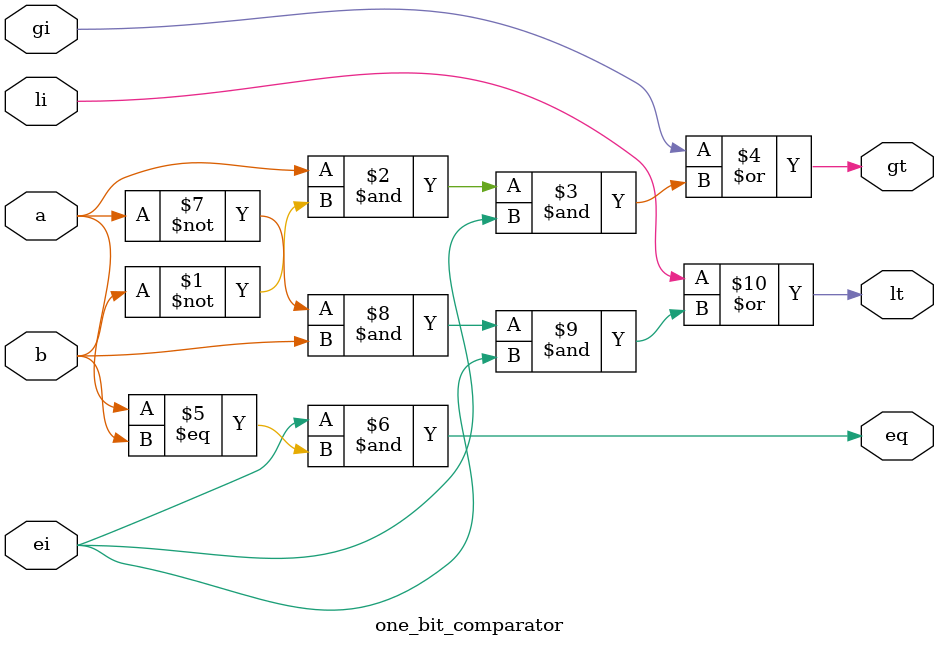
<source format=v>
module one_bit_comparator (
    gt, eq, lt,
    a, b, gi, ei, li
);
    
    output gt, eq, lt; // * Output: Greater Than (a>b), EQuality (a=b), Lesser Than (a<b)
    input a, b; // * Input to be compared
    input gi, ei, li; // * Additional Input to be used for consideration of more significant bits/ bits on the left of current bit


    // * Either a>b from more significant bits, or a=b from more significant bits and for the current bit, a=1 and b=0
    assign gt = (gi | ((a & ~b) & ei)); 
    
    // * a=b in more significant bits and for the current bit, a=b
    assign eq = (ei & (a == b));
    
    // * Either a<b from more significant bits, or a=b from more significant bits and for the current bit, a=0 and b=1
    assign lt = (li | ((~a & b) & ei));

endmodule
</source>
